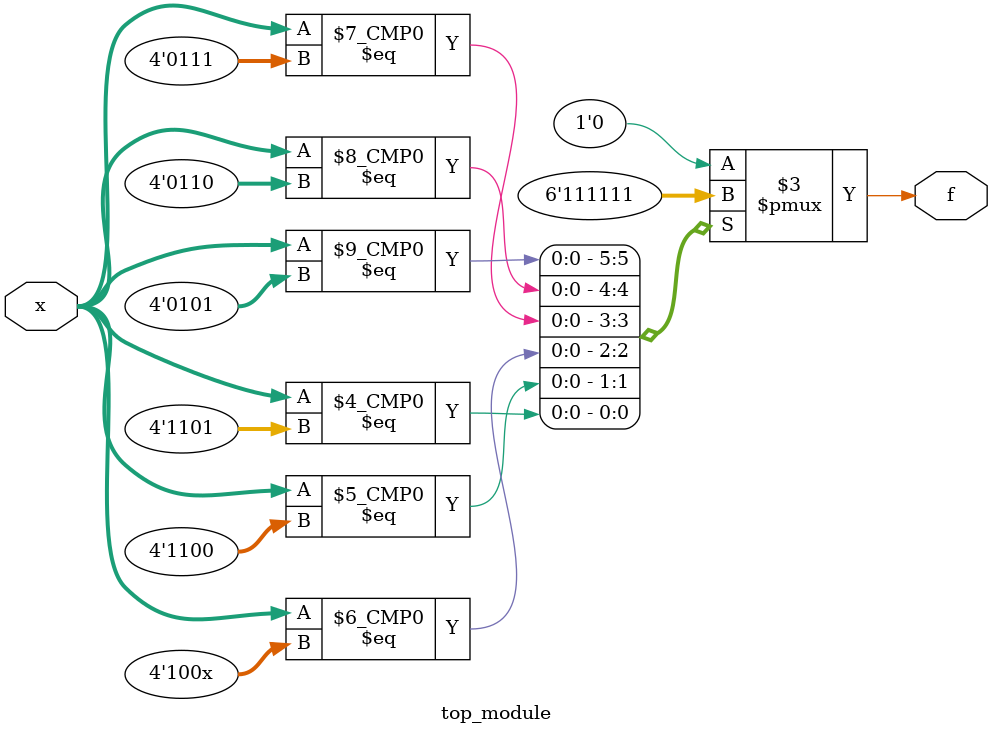
<source format=sv>
module top_module (
	input [4:1] x,
	output logic f
);
	always_comb begin
		case (x)
			4'b00x0: f = 1'b0;
			4'b00x1: f = 1'b0;
			4'b0100: f = 1'b0;
			4'b0101: f = 1'b1;
			4'b0110: f = 1'b1;
			4'b0111: f = 1'b1;
			4'b100x: f = 1'b1;
			4'b1100: f = 1'b1;
			4'b1101: f = 1'b1;
			default: f = 1'b0;
		endcase
	end
endmodule

</source>
